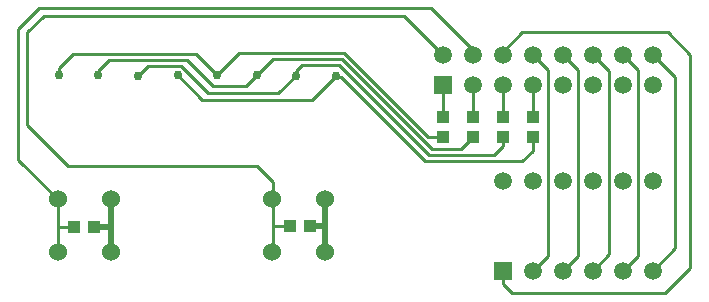
<source format=gbl>
%FSDAX24Y24*%
%MOIN*%
%SFA1B1*%

%IPPOS*%
%ADD10C,0.010000*%
%ADD21C,0.020000*%
%ADD22C,0.060000*%
%ADD23C,0.059060*%
%ADD24R,0.059060X0.059060*%
%ADD25C,0.059060*%
%ADD26R,0.059060X0.059060*%
%ADD27C,0.030000*%
%ADD28R,0.039370X0.043310*%
%ADD29R,0.043310X0.039370*%
%LNde-140824_1-1*%
%LPD*%
G54D10*
X010021Y003347D02*
Y004813D01*
Y002747D02*
Y003347D01*
X010602*
X002851Y003297D02*
Y004232D01*
Y002461D02*
Y003297D01*
X003402*
X001537Y005547D02*
X002851Y004232D01*
X001537Y005547D02*
Y009897D01*
X009487Y005347D02*
X010021Y004813D01*
X016687Y009047D02*
Y009197D01*
X015287Y010597D02*
X016687Y009197D01*
X002237Y010597D02*
X015287D01*
X001537Y009897D02*
X002237Y010597D01*
X002387Y010347D02*
X014387D01*
X001837Y009797D02*
X002387Y010347D01*
X001837Y006697D02*
Y009797D01*
Y006697D02*
X003187Y005347D01*
X009487*
X014387Y010347D02*
X015687Y009047D01*
X017687Y001397D02*
Y001847D01*
Y001397D02*
X017987Y001097D01*
X023087*
X023937Y001947*
Y009047*
X023187Y009797D02*
X023937Y009047D01*
X018337Y009797D02*
X023187D01*
X017687Y009147D02*
X018337Y009797D01*
X017687Y009047D02*
Y009147D01*
X018687Y001847D02*
X019187Y002347D01*
Y008547*
X018687Y009047D02*
X019187Y008547D01*
X019687Y001847D02*
X020187Y002347D01*
Y008547*
X019687Y009047D02*
X020187Y008547D01*
X020687Y001847D02*
X021237Y002397D01*
Y008497*
X020687Y009047D02*
X021237Y008497D01*
X021687Y001847D02*
X022187Y002347D01*
Y008547*
X021687Y009047D02*
X022187Y008547D01*
X022687Y001847D02*
X023437Y002597D01*
Y008297*
X022687Y009047D02*
X023437Y008297D01*
X017687Y005997D02*
Y006312D01*
X010787Y008347D02*
Y008497D01*
X010987Y008697*
X012228*
X018687Y005847D02*
Y006312D01*
X015672Y006297D02*
X015687Y006312D01*
X018687Y006981D02*
Y008047D01*
X017687Y006981D02*
Y008047D01*
X016687Y006981D02*
Y008047D01*
X015687Y006981D02*
Y008047D01*
X010207Y007767D02*
X010787Y008347D01*
X004557Y008867D02*
X007167D01*
X004207Y008363D02*
Y008517D01*
X004557Y008867*
X002887Y008363D02*
Y008597D01*
X018337Y005497D02*
X018687Y005847D01*
X012394Y009097D02*
X015194Y006297D01*
X015672*
X016687Y006292D02*
Y006312D01*
X015228Y005697D02*
X017387D01*
X017687Y005997*
X010020Y008897D02*
X012311D01*
X012228Y008697D02*
X015228Y005697D01*
X008900Y009097D02*
X012394D01*
X009487Y008363D02*
X010020Y008897D01*
X008167Y008363D02*
X008900Y009097D01*
X016291Y005897D02*
X016687Y006292D01*
X015311Y005897D02*
X016291D01*
X012311Y008897D02*
X015311Y005897D01*
X012127Y008347D02*
X012165Y008308D01*
X012275D02*
X015087Y005497D01*
X018337*
X012165Y008308D02*
X012275D01*
X003357Y009067D02*
X007464D01*
X005844Y008663D02*
X006971D01*
X007868Y007767*
X007167Y008867D02*
X008037Y007997D01*
X007868Y007767D02*
X010207D01*
X005527Y008347D02*
X005844Y008663D01*
X007464Y009067D02*
X008167Y008363D01*
X008037Y007997D02*
X009120D01*
X009487Y008363*
X002887Y008597D02*
X003357Y009067D01*
X007664Y007547D02*
X011327D01*
X006847Y008363D02*
X007664Y007547D01*
X011327D02*
X012127Y008347D01*
G54D21*
X011773Y003297D02*
Y004232D01*
Y002461D02*
Y003297D01*
X011723Y003347D02*
X011773Y003297D01*
X011272Y003347D02*
X011723D01*
X004623Y003297D02*
Y004232D01*
Y002461D02*
Y003297D01*
X004072D02*
X004623D01*
G54D22*
X004623Y002461D03*
X002851D03*
X004623Y004232D03*
X002851D03*
X011773Y002461D03*
X010001D03*
X011773Y004232D03*
X010001D03*
G54D23*
X022687Y009047D03*
Y008047D03*
X021687Y009047D03*
Y008047D03*
X020687Y009047D03*
Y008047D03*
X019687Y009047D03*
Y008047D03*
X018687Y009047D03*
Y008047D03*
X017687Y009047D03*
Y008047D03*
X016687Y009047D03*
Y008047D03*
X015687Y009047D03*
X022687Y004847D03*
X021687D03*
X020687D03*
X019687D03*
X018687D03*
X017687D03*
X022687Y001847D03*
G54D24*
X015687Y008047D03*
G54D25*
X021687Y001847D03*
X020687D03*
X019687D03*
X018687D03*
G54D26*
X017687Y001847D03*
G54D27*
X012127Y008347D03*
X010787D03*
X009487Y008363D03*
X008167D03*
X006847D03*
X005527Y008347D03*
X004207Y008363D03*
X002887D03*
G54D28*
X018687Y006312D03*
Y006981D03*
X017687Y006312D03*
Y006981D03*
X016687Y006312D03*
Y006981D03*
X015687Y006312D03*
Y006981D03*
G54D29*
X003402Y003297D03*
X004072D03*
X010602Y003347D03*
X011272D03*
M02*
</source>
